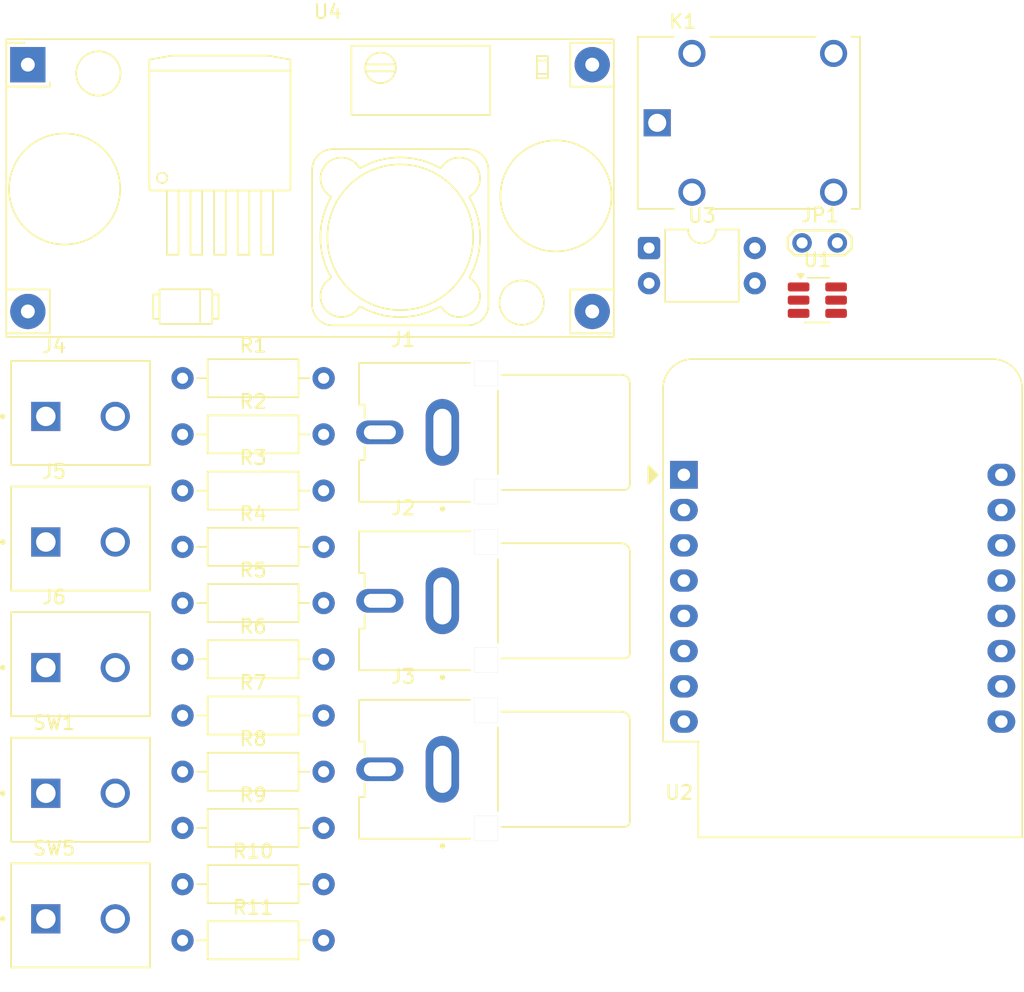
<source format=kicad_pcb>
(kicad_pcb (version 20241229) (generator "pcbnew") (generator_version "9.0")
  (layers (0 "F.Cu" signal) (2 "B.Cu" signal) (13 "F.Paste" user) (15 "B.Paste" user) (5 "F.SilkS" user "F.Silkscreen") (7 "B.SilkS" user "B.Silkscreen") (1 "F.Mask" user) (3 "B.Mask" user) (25 "Edge.Cuts" user))
  (net 0 "")
  (net 1 "GND")
  (net 2 "Net-(J1-In)")
  (net 3 "Net-(J2-In)")
  (net 4 "Net-(J3-Ext)")
  (net 5 "Net-(J3-In)")
  (net 6 "+12V")
  (net 7 "Signal-R")
  (net 8 "Radio-R")
  (net 9 "D5")
  (net 11 "D1")
  (net 12 "Net-(R5-Pad2)")
  (net 13 "Net-(R6-Pad2)")
  (net 14 "D2")
  (net 15 "D7")
  (net 16 "Net-(R10-Pad2)")
  (net 17 "D6")
  (net 18 "+5V")
  (footprint "Resistor_THT:R_Axial_DIN0207_L6.3mm_D2.5mm_P10.16mm_Horizontal" (layer "F.Cu") (at 28.04 63.81)
    (property "Reference" "R7" (at 5.08 -2.37 0) (layer "F.SilkS"))
    (property "Value" "R")
    (fp_line (start 1.04 0) (end 1.81 0) (stroke (width 0.12)) (layer "F.SilkS"))
    (fp_line (start 9.12 0) (end 8.35 0) (stroke (width 0.12)) (layer "F.SilkS"))
    (fp_rect (start 1.81 -1.37) (end 8.35 1.37) (stroke (width 0.12)) (fill no) (layer "F.SilkS"))
    (pad "1" thru_hole circle (at 0 0) (size 1.6 1.6) (drill 0.8) (layers "*.Cu" "*.Mask") (net 14 "D2"))
    (pad "2" thru_hole circle (at 10.16 0) (size 1.6 1.6) (drill 0.8) (layers "*.Cu" "*.Mask") (net 1 "GND"))
  )
  (footprint "Resistor_THT:R_Axial_DIN0207_L6.3mm_D2.5mm_P10.16mm_Horizontal" (layer "F.Cu") (at 28.04 55.71)
    (property "Reference" "R5" (at 5.08 -2.37 0) (layer "F.SilkS"))
    (property "Value" "68R")
    (fp_line (start 1.04 0) (end 1.81 0) (stroke (width 0.12)) (layer "F.SilkS"))
    (fp_line (start 9.12 0) (end 8.35 0) (stroke (width 0.12)) (layer "F.SilkS"))
    (fp_rect (start 1.81 -1.37) (end 8.35 1.37) (stroke (width 0.12)) (fill no) (layer "F.SilkS"))
    (pad "1" thru_hole circle (at 0 0) (size 1.6 1.6) (drill 0.8) (layers "*.Cu" "*.Mask") (net 2 "Net-(J1-In)"))
    (pad "2" thru_hole circle (at 10.16 0) (size 1.6 1.6) (drill 0.8) (layers "*.Cu" "*.Mask") (net 12 "Net-(R5-Pad2)"))
  )
  (footprint "Resistor_THT:R_Axial_DIN0207_L6.3mm_D2.5mm_P10.16mm_Horizontal" (layer "F.Cu") (at 28.04 80.01)
    (property "Reference" "R11" (at 5.08 -2.37 0) (layer "F.SilkS"))
    (property "Value" "R")
    (fp_line (start 1.04 0) (end 1.81 0) (stroke (width 0.12)) (layer "F.SilkS"))
    (fp_line (start 9.12 0) (end 8.35 0) (stroke (width 0.12)) (layer "F.SilkS"))
    (fp_rect (start 1.81 -1.37) (end 8.35 1.37) (stroke (width 0.12)) (fill no) (layer "F.SilkS"))
    (pad "1" thru_hole circle (at 0 0) (size 1.6 1.6) (drill 0.8) (layers "*.Cu" "*.Mask") (net 17 "D6"))
    (pad "2" thru_hole circle (at 10.16 0) (size 1.6 1.6) (drill 0.8) (layers "*.Cu" "*.Mask") (net 1 "GND"))
  )
  (footprint "NightMeer:CUI_RCJ-042" (layer "F.Cu") (at 50.75 67.686)
    (property "Reference" "J3" (at -6.814975 -6.686895 0) (layer "F.SilkS") (effects (font (size 1.007819 1.007819))))
    (property "Value" "Conn_Coaxial")
    (fp_line (start -10 -5) (end -2 -5) (stroke (width 0.127)) (layer "F.SilkS"))
    (fp_line (start -10 -2) (end -10 -5) (stroke (width 0.127)) (layer "F.SilkS"))
    (fp_line (start -10 2) (end -9.6 2) (stroke (width 0.127)) (layer "F.SilkS"))
    (fp_line (start -10 5) (end -10 2) (stroke (width 0.127)) (layer "F.SilkS"))
    (fp_line (start -10 5) (end -2 5) (stroke (width 0.127)) (layer "F.SilkS"))
    (fp_line (start -9.6 -2) (end -10 -2) (stroke (width 0.127)) (layer "F.SilkS"))
    (fp_line (start -9.6 -1) (end -9.6 -2) (stroke (width 0.127)) (layer "F.SilkS"))
    (fp_line (start -9.6 2) (end -9.6 1) (stroke (width 0.127)) (layer "F.SilkS"))
    (fp_line (start 0 3) (end 0 -3) (stroke (width 0.127)) (layer "F.SilkS"))
    (fp_line (start 0.25 -4.15) (end 8.89 -4.15) (stroke (width 0.127)) (layer "F.SilkS"))
    (fp_line (start 9.11 4.15) (end 0.25 4.15) (stroke (width 0.127)) (layer "F.SilkS"))
    (fp_line (start 9.5 -3.54) (end 9.5 3.76) (stroke (width 0.127)) (layer "F.SilkS"))
    (fp_arc (start 8.89 -4.15) (mid 9.321335 -3.971335) (end 9.5 -3.54) (stroke (width 0.127)) (layer "F.SilkS"))
    (fp_arc (start 9.5 3.76) (mid 9.385772 4.035772) (end 9.11 4.15) (stroke (width 0.127)) (layer "F.SilkS"))
    (fp_circle (center -3.99 5.513) (end -3.89 5.513) (stroke (width 0.2)) (fill no) (layer "F.SilkS"))
    (fp_line (start -1.7 -5.15) (end -1.7 -3.35) (stroke (width 0.01)) (layer "Edge.Cuts"))
    (fp_line (start -1.7 -3.35) (end 0 -3.35) (stroke (width 0.01)) (layer "Edge.Cuts"))
    (fp_line (start -1.7 3.35) (end -1.7 5.15) (stroke (width 0.01)) (layer "Edge.Cuts"))
    (fp_line (start -1.7 5.15) (end 0 5.15) (stroke (width 0.01)) (layer "Edge.Cuts"))
    (fp_line (start 0 -5.15) (end -1.7 -5.15) (stroke (width 0.01)) (layer "Edge.Cuts"))
    (fp_line (start 0 -3.35) (end 0 -5.15) (stroke (width 0.01)) (layer "Edge.Cuts"))
    (fp_line (start 0 3.35) (end -1.7 3.35) (stroke (width 0.01)) (layer "Edge.Cuts"))
    (fp_line (start 0 5.15) (end 0 3.35) (stroke (width 0.01)) (layer "Edge.Cuts"))
    (pad "1" thru_hole oval (at -4 0) (size 2.4 4.8) (drill oval 1.3 3.4) (layers "*.Cu" "*.Mask") (net 5 "Net-(J3-In)"))
    (pad "2" thru_hole oval (at -8.5 0) (size 3.4 1.7) (drill oval 2.3 1) (layers "*.Cu" "*.Mask") (net 4 "Net-(J3-Ext)"))
  )
  (footprint "KF301-2P:HANDSON_KF301-2P" (layer "F.Cu") (at 20.695 51.31)
    (property "Reference" "J5" (at -1.905 -5.08 0) (layer "F.SilkS"))
    (property "Value" "Conn_01x02_Pin")
    (fp_line (start -5 -4) (end 5 -4) (stroke (width 0.127)) (layer "F.SilkS"))
    (fp_line (start -5 3.5) (end -5 -4) (stroke (width 0.127)) (layer "F.SilkS"))
    (fp_line (start 5 -4) (end 5 3.5) (stroke (width 0.127)) (layer "F.SilkS"))
    (fp_line (start 5 3.5) (end -5 3.5) (stroke (width 0.127)) (layer "F.SilkS"))
    (fp_circle (center -5.6 0) (end -5.5 0) (stroke (width 0.2)) (fill no) (layer "F.SilkS"))
    (pad "1" thru_hole rect (at -2.5 0) (size 2.1 2.1) (drill 1.4) (layers "*.Cu" "*.Mask") (net 7 "Signal-R"))
    (pad "2" thru_hole circle (at 2.5 0) (size 2.1 2.1) (drill 1.4) (layers "*.Cu" "*.Mask") (net 8 "Radio-R"))
  )
  (footprint "KF301-2P:HANDSON_KF301-2P" (layer "F.Cu") (at 20.695 69.41)
    (property "Reference" "SW1" (at -1.905 -5.08 0) (layer "F.SilkS"))
    (property "Value" "SW_Push")
    (fp_line (start -5 -4) (end 5 -4) (stroke (width 0.127)) (layer "F.SilkS"))
    (fp_line (start -5 3.5) (end -5 -4) (stroke (width 0.127)) (layer "F.SilkS"))
    (fp_line (start 5 -4) (end 5 3.5) (stroke (width 0.127)) (layer "F.SilkS"))
    (fp_line (start 5 3.5) (end -5 3.5) (stroke (width 0.127)) (layer "F.SilkS"))
    (fp_circle (center -5.6 0) (end -5.5 0) (stroke (width 0.2)) (fill no) (layer "F.SilkS"))
    (pad "1" thru_hole rect (at -2.5 0) (size 2.1 2.1) (drill 1.4) (layers "*.Cu" "*.Mask") (net 15 "D7"))
    (pad "2" thru_hole circle (at 2.5 0) (size 2.1 2.1) (drill 1.4) (layers "*.Cu" "*.Mask") (net 18 "+5V"))
  )
  (footprint "NightMeer:DCDC_LM2596" (layer "F.Cu") (at 16.9 16.92)
    (property "Reference" "U4" (at 21.59 -3.81 0) (layer "F.SilkS"))
    (property "Value" "DCDC_LM2596")
    (fp_line (start -1.555 -1.835) (end -1.555 19.615) (stroke (width 0.12)) (layer "F.SilkS"))
    (fp_line (start -1.555 19.615) (end 42.195 19.615) (stroke (width 0.12)) (layer "F.SilkS"))
    (fp_line (start -1.55 -1.58) (end -0.25 -1.58) (stroke (width 0.12)) (layer "F.SilkS"))
    (fp_line (start -1.55 1.575) (end 1.58 1.58) (stroke (width 0.12)) (layer "F.SilkS"))
    (fp_line (start -1.55 16.2) (end 1.58 16.2) (stroke (width 0.12)) (layer "F.SilkS"))
    (fp_line (start -1.55 19.36) (end 1.58 19.36) (stroke (width 0.12)) (layer "F.SilkS"))
    (fp_line (start 1.58 1.27) (end 1.58 1.58) (stroke (width 0.12)) (layer "F.SilkS"))
    (fp_line (start 1.58 16.2) (end 1.58 19.36) (stroke (width 0.12)) (layer "F.SilkS"))
    (fp_line (start 8.749233 1.004149) (end 8.749233 1.165687) (stroke (width 0.12)) (layer "F.SilkS"))
    (fp_line (start 8.750233 -0.36239) (end 10.400233 -0.653329) (stroke (width 0.12)) (layer "F.SilkS"))
    (fp_line (start 8.750233 8.989106) (end 8.750233 -0.36239) (stroke (width 0.12)) (layer "F.SilkS"))
    (fp_line (start 8.750233 8.989106) (end 8.827797 9.06667) (stroke (width 0.12)) (layer "F.SilkS"))
    (fp_line (start 8.827797 9.06667) (end 18.83267 9.06667) (stroke (width 0.12)) (layer "F.SilkS"))
    (fp_line (start 9.031636 16.558217) (end 9.481636 16.558217) (stroke (width 0.12)) (layer "F.SilkS"))
    (fp_line (start 9.031636 18.308217) (end 9.031636 16.558217) (stroke (width 0.12)) (layer "F.SilkS"))
    (fp_line (start 9.481636 18.308217) (end 9.031636 18.308217) (stroke (width 0.12)) (layer "F.SilkS"))
    (fp_line (start 9.481636 18.583217) (end 9.481636 16.283217) (stroke (width 0.12)) (layer "F.SilkS"))
    (fp_line (start 9.581636 16.183217) (end 13.181636 16.183217) (stroke (width 0.12)) (layer "F.SilkS"))
    (fp_line (start 10.010233 13.69667) (end 10.010233 9.06667) (stroke (width 0.12)) (layer "F.SilkS"))
    (fp_line (start 10.010233 13.69667) (end 10.850233 13.69667) (stroke (width 0.12)) (layer "F.SilkS"))
    (fp_line (start 10.400233 -0.653329) (end 17.260233 -0.653329) (stroke (width 0.12)) (layer "F.SilkS"))
    (fp_line (start 10.850233 13.69667) (end 10.850233 9.06667) (stroke (width 0.12)) (layer "F.SilkS"))
    (fp_line (start 11.710233 13.69667) (end 11.710233 9.06667) (stroke (width 0.12)) (layer "F.SilkS"))
    (fp_line (start 11.710233 13.69667) (end 12.550233 13.69667) (stroke (width 0.12)) (layer "F.SilkS"))
    (fp_line (start 12.411358 16.283217) (end 12.411358 18.583217) (stroke (width 0.12)) (layer "F.SilkS"))
    (fp_line (start 12.550233 13.69667) (end 12.550233 9.06667) (stroke (width 0.12)) (layer "F.SilkS"))
    (fp_line (start 13.181636 18.683217) (end 9.581636 18.683217) (stroke (width 0.12)) (layer "F.SilkS"))
    (fp_line (start 13.281636 16.283217) (end 13.281636 18.583217) (stroke (width 0.12)) (layer "F.SilkS"))
    (fp_line (start 13.281636 16.558217) (end 13.731636 16.558217) (stroke (width 0.12)) (layer "F.SilkS"))
    (fp_line (start 13.282636 16.794696) (end 13.282636 16.700144) (stroke (width 0.12)) (layer "F.SilkS"))
    (fp_line (start 13.410233 13.69667) (end 13.410233 9.06667) (stroke (width 0.12)) (layer "F.SilkS"))
    (fp_line (start 13.410233 13.69667) (end 14.250233 13.69667) (stroke (width 0.12)) (layer "F.SilkS"))
    (fp_line (start 13.731636 16.558217) (end 13.731636 18.308217) (stroke (width 0.12)) (layer "F.SilkS"))
    (fp_line (start 13.731636 18.308217) (end 13.281636 18.308217) (stroke (width 0.12)) (layer "F.SilkS"))
    (fp_line (start 14.250233 13.69667) (end 14.250233 9.06667) (stroke (width 0.12)) (layer "F.SilkS"))
    (fp_line (start 15.110233 13.69667) (end 15.110233 9.06667) (stroke (width 0.12)) (layer "F.SilkS"))
    (fp_line (start 15.110233 13.69667) (end 15.950233 13.69667) (stroke (width 0.12)) (layer "F.SilkS"))
    (fp_line (start 15.950233 13.69667) (end 15.950233 9.06667) (stroke (width 0.12)) (layer "F.SilkS"))
    (fp_line (start 16.810233 13.69667) (end 16.810233 9.06667) (stroke (width 0.12)) (layer "F.SilkS"))
    (fp_line (start 16.810233 13.69667) (end 17.650233 13.69667) (stroke (width 0.12)) (layer "F.SilkS"))
    (fp_line (start 17.260233 -0.653329) (end 18.910233 -0.36239) (stroke (width 0.12)) (layer "F.SilkS"))
    (fp_line (start 17.650233 13.69667) (end 17.650233 9.06667) (stroke (width 0.12)) (layer "F.SilkS"))
    (fp_line (start 18.83267 9.06667) (end 18.910233 8.989106) (stroke (width 0.12)) (layer "F.SilkS"))
    (fp_line (start 18.910233 0.42667) (end 8.750233 0.42667) (stroke (width 0.12)) (layer "F.SilkS"))
    (fp_line (start 18.910233 8.989106) (end 18.910233 -0.36239) (stroke (width 0.12)) (layer "F.SilkS"))
    (fp_line (start 20.467397 7.585796) (end 20.467397 17.285796) (stroke (width 0.12)) (layer "F.SilkS"))
    (fp_line (start 21.967397 18.785796) (end 31.667397 18.785796) (stroke (width 0.12)) (layer "F.SilkS"))
    (fp_line (start 23.299783 3.582294) (end 23.299783 -1.317705) (stroke (width 0.12)) (layer "F.SilkS"))
    (fp_line (start 23.349783 -1.367705) (end 33.249783 -1.367705) (stroke (width 0.12)) (layer "F.SilkS"))
    (fp_line (start 24.336385 -0.0491) (end 24.360553 -0.017705) (stroke (width 0.12)) (layer "F.SilkS"))
    (fp_line (start 24.348594 0.007294) (end 24.324147 0.002062) (stroke (width 0.12)) (layer "F.SilkS"))
    (fp_line (start 24.348594 0.007294) (end 24.355764 -0.023925) (stroke (width 0.12)) (layer "F.SilkS"))
    (fp_line (start 24.348594 0.007294) (end 24.360553 -0.017705) (stroke (width 0.12)) (layer "F.SilkS"))
    (fp_line (start 24.360553 0.482294) (end 26.439014 0.482294) (stroke (width 0.12)) (layer "F.SilkS"))
    (fp_line (start 26.439014 -0.017705) (end 24.360553 -0.017705) (stroke (width 0.12)) (layer "F.SilkS"))
    (fp_line (start 31.667397 6.085796) (end 21.967397 6.085796) (stroke (width 0.12)) (layer "F.SilkS"))
    (fp_line (start 31.858978 -1.368705) (end 31.814106 -1.368705) (stroke (width 0.12)) (layer "F.SilkS"))
    (fp_line (start 31.942312 -1.368705) (end 31.908357 -1.368705) (stroke (width 0.12)) (layer "F.SilkS"))
    (fp_line (start 33.167397 17.285796) (end 33.167397 7.585796) (stroke (width 0.12)) (layer "F.SilkS"))
    (fp_line (start 33.249783 3.632294) (end 23.349783 3.632294) (stroke (width 0.12)) (layer "F.SilkS"))
    (fp_line (start 33.299783 -1.317705) (end 33.299783 3.582294) (stroke (width 0.12)) (layer "F.SilkS"))
    (fp_line (start 36.648681 -0.299704) (end 37.448681 -0.299704) (stroke (width 0.12)) (layer "F.SilkS"))
    (fp_line (start 36.648681 0.980295) (end 36.648681 -0.619704) (stroke (width 0.12)) (layer "F.SilkS"))
    (fp_line (start 37.448681 -0.619704) (end 36.648681 -0.619704) (stroke (width 0.12)) (layer "F.SilkS"))
    (fp_line (start 37.448681 -0.619704) (end 37.448681 0.980295) (stroke (width 0.12)) (layer "F.SilkS"))
    (fp_line (start 37.448681 0.660295) (end 36.648681 0.660295) (stroke (width 0.12)) (layer "F.SilkS"))
    (fp_line (start 37.448681 0.980295) (end 36.648681 0.980295) (stroke (width 0.12)) (layer "F.SilkS"))
    (fp_line (start 39.06 -1.58) (end 42.175 -1.58) (stroke (width 0.12)) (layer "F.SilkS"))
    (fp_line (start 39.06 1.58) (end 39.06 -1.58) (stroke (width 0.12)) (layer "F.SilkS"))
    (fp_line (start 39.06 1.58) (end 42.22 1.58) (stroke (width 0.12)) (layer "F.SilkS"))
    (fp_line (start 39.06 16.2) (end 42.175 16.2) (stroke (width 0.12)) (layer "F.SilkS"))
    (fp_line (start 39.06 19.36) (end 39.06 16.2) (stroke (width 0.12)) (layer "F.SilkS"))
    (fp_line (start 39.06 19.36) (end 42.175 19.36) (stroke (width 0.12)) (layer "F.SilkS"))
    (fp_line (start 42.195 -1.835) (end -1.555 -1.835) (stroke (width 0.12)) (layer "F.SilkS"))
    (fp_line (start 42.195 19.615) (end 42.195 -1.835) (stroke (width 0.12)) (layer "F.SilkS"))
    (fp_arc (start 9.481636 16.283217) (mid 9.510925 16.212506) (end 9.581636 16.183217) (stroke (width 0.12)) (layer "F.SilkS"))
    (fp_arc (start 9.581636 18.683217) (mid 9.510925 18.653928) (end 9.481636 18.583217) (stroke (width 0.12)) (layer "F.SilkS"))
    (fp_arc (start 13.181636 16.183217) (mid 13.252347 16.212506) (end 13.281636 16.283217) (stroke (width 0.12)) (layer "F.SilkS"))
    (fp_arc (start 13.281636 18.583217) (mid 13.252347 18.653928) (end 13.181636 18.683217) (stroke (width 0.12)) (layer "F.SilkS"))
    (fp_arc (start 20.467397 7.585796) (mid 20.906737 6.525136) (end 21.967397 6.085796) (stroke (width 0.12)) (layer "F.SilkS"))
    (fp_arc (start 21.781131 9.46601) (mid 21.825145 9.526245) (end 21.815218 9.600183) (stroke (width 0.12)) (layer "F.SilkS"))
    (fp_arc (start 21.781132 9.466011) (mid 21.514096 7.132496) (end 23.847611 7.399531) (stroke (width 0.12)) (layer "F.SilkS"))
    (fp_arc (start 21.815217 15.271409) (mid 21.825145 15.345347) (end 21.781132 15.405582) (stroke (width 0.12)) (layer "F.SilkS"))
    (fp_arc (start 21.815218 15.27141) (mid 21.067397 12.435796) (end 21.815218 9.600183) (stroke (width 0.12)) (layer "F.SilkS"))
    (fp_arc (start 21.967397 18.785796) (mid 20.906737 18.346456) (end 20.467397 17.285796) (stroke (width 0.12)) (layer "F.SilkS"))
    (fp_arc (start 23.299783 -1.317705) (mid 23.314428 -1.35306) (end 23.349783 -1.367705) (stroke (width 0.12)) (layer "F.SilkS"))
    (fp_arc (start 23.349783 3.632294) (mid 23.314428 3.617649) (end 23.299783 3.582294) (stroke (width 0.12)) (layer "F.SilkS"))
    (fp_arc (start 23.847611 17.472062) (mid 21.514095 17.739097) (end 21.781132 15.405582) (stroke (width 0.12)) (layer "F.SilkS"))
    (fp_arc (start 23.847611 17.472062) (mid 23.907845 17.428049) (end 23.981783 17.437976) (stroke (width 0.12)) (layer "F.SilkS"))
    (fp_arc (start 23.981783 7.433617) (mid 23.907845 7.443544) (end 23.847611 7.399531) (stroke (width 0.12)) (layer "F.SilkS"))
    (fp_arc (start 23.981784 7.433617) (mid 26.817397 6.685796) (end 29.653011 7.433617) (stroke (width 0.12)) (layer "F.SilkS"))
    (fp_arc (start 24.324148 0.462527) (mid 26.469605 -0.023594) (end 24.336385 0.51369) (stroke (width 0.12)) (layer "F.SilkS"))
    (fp_arc (start 29.653011 17.437976) (mid 26.817397 18.185797) (end 23.981783 17.437976) (stroke (width 0.12)) (layer "F.SilkS"))
    (fp_arc (start 29.653011 17.437976) (mid 29.726949 17.428049) (end 29.787183 17.472062) (stroke (width 0.12)) (layer "F.SilkS"))
    (fp_arc (start 29.787183 7.399531) (mid 29.726949 7.443544) (end 29.653011 7.433617) (stroke (width 0.12)) (layer "F.SilkS"))
    (fp_arc (start 29.787183 7.399531) (mid 32.120699 7.132496) (end 31.853662 9.466011) (stroke (width 0.12)) (layer "F.SilkS"))
    (fp_arc (start 31.667397 6.085796) (mid 32.728057 6.525136) (end 33.167397 7.585796) (stroke (width 0.12)) (layer "F.SilkS"))
    (fp_arc (start 31.819576 9.600183) (mid 32.567397 12.435796) (end 31.819576 15.27141) (stroke (width 0.12)) (layer "F.SilkS"))
    (fp_arc (start 31.819577 9.600184) (mid 31.809649 9.526246) (end 31.853662 9.466011) (stroke (width 0.12)) (layer "F.SilkS"))
    (fp_arc (start 31.853662 15.405582) (mid 32.120698 17.739097) (end 29.787183 17.472062) (stroke (width 0.12)) (layer "F.SilkS"))
    (fp_arc (start 31.853663 15.405583) (mid 31.809649 15.345348) (end 31.819576 15.27141) (stroke (width 0.12)) (layer "F.SilkS"))
    (fp_arc (start 33.167397 17.285796) (mid 32.728057 18.346456) (end 31.667397 18.785796) (stroke (width 0.12)) (layer "F.SilkS"))
    (fp_arc (start 33.249783 -1.367705) (mid 33.285138 -1.35306) (end 33.299783 -1.317705) (stroke (width 0.12)) (layer "F.SilkS"))
    (fp_arc (start 33.299783 3.582294) (mid 33.285138 3.617649) (end 33.249783 3.632294) (stroke (width 0.12)) (layer "F.SilkS"))
    (fp_circle (center 2.646666 8.957418) (end 6.646666 8.957418) (stroke (width 0.12)) (fill no) (layer "F.SilkS"))
    (fp_circle (center 5.08 0.635) (end 6.678999 0.635) (stroke (width 0.12)) (fill no) (layer "F.SilkS"))
    (fp_circle (center 9.673179 8.154594) (end 10.048179 8.154594) (stroke (width 0.12)) (fill no) (layer "F.SilkS"))
    (fp_circle (center 26.817397 12.435796) (end 32.067397 12.435796) (stroke (width 0.12)) (fill no) (layer "F.SilkS"))
    (fp_circle (center 35.56 17.145) (end 37.159 17.145) (stroke (width 0.12)) (fill no) (layer "F.SilkS"))
    (fp_circle (center 38.029307 9.455206) (end 42.029307 9.455206) (stroke (width 0.12)) (fill no) (layer "F.SilkS"))
    (pad "1" thru_hole rect (at 0 0) (size 2.54 2.54) (drill 1) (layers "*.Cu" "*.Mask") (net 6 "+12V"))
    (pad "2" thru_hole circle (at 0 17.78) (size 2.54 2.54) (drill 1) (layers "*.Cu" "*.Mask") (net 1 "GND"))
    (pad "3" thru_hole circle (at 40.64 17.78) (size 2.54 2.54) (drill 1) (layers "*.Cu" "*.Mask") (net 1 "GND"))
    (pad "4" thru_hole circle (at 40.64 0) (size 2.54 2.54) (drill 1) (layers "*.Cu" "*.Mask") (net 18 "+5V"))
  )
  (footprint "Resistor_THT:R_Axial_DIN0207_L6.3mm_D2.5mm_P10.16mm_Horizontal" (layer "F.Cu") (at 28.04 47.61)
    (property "Reference" "R3" (at 5.08 -2.37 0) (layer "F.SilkS"))
    (property "Value" "R")
    (fp_line (start 1.04 0) (end 1.81 0) (stroke (width 0.12)) (layer "F.SilkS"))
    (fp_line (start 9.12 0) (end 8.35 0) (stroke (width 0.12)) (layer "F.SilkS"))
    (fp_rect (start 1.81 -1.37) (end 8.35 1.37) (stroke (width 0.12)) (fill no) (layer "F.SilkS"))
    (pad "1" thru_hole circle (at 0 0) (size 1.6 1.6) (drill 0.8) (layers "*.Cu" "*.Mask") (net 1 "GND"))
    (pad "2" thru_hole circle (at 10.16 0) (size 1.6 1.6) (drill 0.8) (layers "*.Cu" "*.Mask") (net 11 "D1"))
  )
  (footprint "NightMeer:Jumper_2.54mm" (layer "F.Cu") (at 72.65 29.76)
    (property "Reference" "JP1" (at 1.3 -2 0) (layer "F.SilkS"))
    (property "Value" "Jumper_2_Bridged")
    (fp_line (start -1.03 -0.4) (end -0.53 -0.9) (stroke (width 0.15)) (layer "F.SilkS"))
    (fp_line (start -1.03 0.4) (end -1.03 -0.4) (stroke (width 0.15)) (layer "F.SilkS"))
    (fp_line (start -0.53 -0.9) (end 3.07 -0.9) (stroke (width 0.15)) (layer "F.SilkS"))
    (fp_line (start -0.53 0.9) (end -1.03 0.4) (stroke (width 0.15)) (layer "F.SilkS"))
    (fp_line (start 3.07 -0.9) (end 3.57 -0.4) (stroke (width 0.15)) (layer "F.SilkS"))
    (fp_line (start 3.07 0.9) (end -0.53 0.9) (stroke (width 0.15)) (layer "F.SilkS"))
    (fp_line (start 3.57 -0.4) (end 3.57 0.4) (stroke (width 0.15)) (layer "F.SilkS"))
    (fp_line (start 3.57 0.4) (end 3.07 0.9) (stroke (width 0.15)) (layer "F.SilkS"))
    (pad "1" thru_hole circle (at 0 0) (size 1.4 1.4) (drill 0.8) (layers "*.Cu" "*.Mask") (net 1 "GND"))
    (pad "2" thru_hole circle (at 2.54 0) (size 1.4 1.4) (drill 0.8) (layers "*.Cu" "*.Mask") (net 5 "Net-(J3-In)"))
  )
  (footprint "Resistor_THT:R_Axial_DIN0207_L6.3mm_D2.5mm_P10.16mm_Horizontal" (layer "F.Cu") (at 28.04 43.56)
    (property "Reference" "R2" (at 5.08 -2.37 0) (layer "F.SilkS"))
    (property "Value" "75R")
    (fp_line (start 1.04 0) (end 1.81 0) (stroke (width 0.12)) (layer "F.SilkS"))
    (fp_line (start 9.12 0) (end 8.35 0) (stroke (width 0.12)) (layer "F.SilkS"))
    (fp_rect (start 1.81 -1.37) (end 8.35 1.37) (stroke (width 0.12)) (fill no) (layer "F.SilkS"))
    (pad "1" thru_hole circle (at 0 0) (size 1.6 1.6) (drill 0.8) (layers "*.Cu" "*.Mask") (net 3 "Net-(J2-In)"))
    (pad "2" thru_hole circle (at 10.16 0) (size 1.6 1.6) (drill 0.8) (layers "*.Cu" "*.Mask") (net 1 "GND"))
  )
  (footprint "Resistor_THT:R_Axial_DIN0207_L6.3mm_D2.5mm_P10.16mm_Horizontal" (layer "F.Cu") (at 28.04 67.86)
    (property "Reference" "R8" (at 5.08 -2.37 0) (layer "F.SilkS"))
    (property "Value" "R")
    (fp_line (start 1.04 0) (end 1.81 0) (stroke (width 0.12)) (layer "F.SilkS"))
    (fp_line (start 9.12 0) (end 8.35 0) (stroke (width 0.12)) (layer "F.SilkS"))
    (fp_rect (start 1.81 -1.37) (end 8.35 1.37) (stroke (width 0.12)) (fill no) (layer "F.SilkS"))
    (pad "1" thru_hole circle (at 0 0) (size 1.6 1.6) (drill 0.8) (layers "*.Cu" "*.Mask") (net 15 "D7"))
    (pad "2" thru_hole circle (at 10.16 0) (size 1.6 1.6) (drill 0.8) (layers "*.Cu" "*.Mask") (net 1 "GND"))
  )
  (footprint "Package_DIP:DIP-4_W7.62mm" (layer "F.Cu") (at 61.63 30.13)
    (property "Reference" "U3" (at 3.81 -2.33 0) (layer "F.SilkS"))
    (property "Value" "PC817")
    (fp_line (start 1.16 -1.33) (end 1.16 3.87) (stroke (width 0.12)) (layer "F.SilkS"))
    (fp_line (start 1.16 3.87) (end 6.46 3.87) (stroke (width 0.12)) (layer "F.SilkS"))
    (fp_line (start 2.81 -1.33) (end 1.16 -1.33) (stroke (width 0.12)) (layer "F.SilkS"))
    (fp_line (start 6.46 -1.33) (end 4.81 -1.33) (stroke (width 0.12)) (layer "F.SilkS"))
    (fp_line (start 6.46 3.87) (end 6.46 -1.33) (stroke (width 0.12)) (layer "F.SilkS"))
    (fp_arc (start 4.81 -1.33) (mid 3.81 -0.33) (end 2.81 -1.33) (stroke (width 0.12)) (layer "F.SilkS"))
    (pad "1" thru_hole roundrect (at 0 0) (size 1.6 1.6) (drill 0.8) (layers "*.Cu" "*.Mask") (roundrect_rratio 0.15625) (net 16 "Net-(R10-Pad2)"))
    (pad "2" thru_hole circle (at 0 2.54) (size 1.6 1.6) (drill 0.8) (layers "*.Cu" "*.Mask") (net 1 "GND"))
    (pad "3" thru_hole circle (at 7.62 2.54) (size 1.6 1.6) (drill 0.8) (layers "*.Cu" "*.Mask") (net 14 "D2"))
    (pad "4" thru_hole circle (at 7.62 0) (size 1.6 1.6) (drill 0.8) (layers "*.Cu" "*.Mask") (net 18 "+5V"))
  )
  (footprint "Resistor_THT:R_Axial_DIN0207_L6.3mm_D2.5mm_P10.16mm_Horizontal" (layer "F.Cu") (at 28.04 39.51)
    (property "Reference" "R1" (at 5.08 -2.37 0) (layer "F.SilkS"))
    (property "Value" "75R")
    (fp_line (start 1.04 0) (end 1.81 0) (stroke (width 0.12)) (layer "F.SilkS"))
    (fp_line (start 9.12 0) (end 8.35 0) (stroke (width 0.12)) (layer "F.SilkS"))
    (fp_rect (start 1.81 -1.37) (end 8.35 1.37) (stroke (width 0.12)) (fill no) (layer "F.SilkS"))
    (pad "1" thru_hole circle (at 0 0) (size 1.6 1.6) (drill 0.8) (layers "*.Cu" "*.Mask") (net 2 "Net-(J1-In)"))
    (pad "2" thru_hole circle (at 10.16 0) (size 1.6 1.6) (drill 0.8) (layers "*.Cu" "*.Mask") (net 1 "GND"))
  )
  (footprint "NightMeer:WEMOS_D1_mini_light" (layer "F.Cu") (at 64.14 46.47)
    (property "Reference" "U2" (at -0.34 22.89 0) (layer "F.SilkS"))
    (property "Value" "WEMOS_D1_mini")
    (fp_line (start -1.5 19.22) (end -1.5 -6.21) (stroke (width 0.12)) (layer "F.SilkS"))
    (fp_line (start -1.5 19.22) (end 1.04 19.22) (stroke (width 0.12)) (layer "F.SilkS"))
    (fp_line (start 1.04 19.22) (end 1.04 26.12) (stroke (width 0.12)) (layer "F.SilkS"))
    (fp_line (start 1.04 26.12) (end 24.36 26.12) (stroke (width 0.12)) (layer "F.SilkS"))
    (fp_line (start 22.24 -8.34) (end 0.63 -8.34) (stroke (width 0.12)) (layer "F.SilkS"))
    (fp_line (start 24.36 26.12) (end 24.36 -6.21) (stroke (width 0.12)) (layer "F.SilkS"))
    (fp_arc (start -1.5 -6.21) (mid -0.876137 -7.716137) (end 0.63 -8.34) (stroke (width 0.12)) (layer "F.SilkS"))
    (fp_arc (start 22.23 -8.34) (mid 23.736137 -7.716137) (end 24.36 -6.21) (stroke (width 0.12)) (layer "F.SilkS"))
    (fp_poly (pts (xy -2.54 -0.635) (xy -2.54 0.635) (xy -1.905 0)) (stroke (width 0.15)) (fill yes) (layer "F.SilkS"))
    (pad "1" thru_hole rect (at 0 0) (size 2 2) (drill 0.9) (layers "*.Cu" "*.Mask"))
    (pad "2" thru_hole oval (at 0 2.54) (size 2 1.6) (drill 0.9) (layers "*.Cu" "*.Mask"))
    (pad "3" thru_hole oval (at 0 5.08) (size 2 1.6) (drill 0.9) (layers "*.Cu" "*.Mask"))
    (pad "4" thru_hole oval (at 0 7.62) (size 2 1.6) (drill 0.9) (layers "*.Cu" "*.Mask") (net 9 "D5"))
    (pad "5" thru_hole oval (at 0 10.16) (size 2 1.6) (drill 0.9) (layers "*.Cu" "*.Mask") (net 17 "D6"))
    (pad "6" thru_hole oval (at 0 12.7) (size 2 1.6) (drill 0.9) (layers "*.Cu" "*.Mask"))
    (pad "7" thru_hole oval (at 0 15.24) (size 2 1.6) (drill 0.9) (layers "*.Cu" "*.Mask") (net 15 "D7"))
    (pad "8" thru_hole oval (at 0 17.78) (size 2 1.6) (drill 0.9) (layers "*.Cu" "*.Mask"))
    (pad "9" thru_hole oval (at 22.86 17.78) (size 2 1.6) (drill 0.9) (layers "*.Cu" "*.Mask") (net 18 "+5V"))
    (pad "10" thru_hole oval (at 22.86 15.24) (size 2 1.6) (drill 0.9) (layers "*.Cu" "*.Mask") (net 1 "GND"))
    (pad "11" thru_hole oval (at 22.86 12.7) (size 2 1.6) (drill 0.9) (layers "*.Cu" "*.Mask"))
    (pad "12" thru_hole oval (at 22.86 10.16) (size 2 1.6) (drill 0.9) (layers "*.Cu" "*.Mask"))
    (pad "13" thru_hole oval (at 22.86 7.62) (size 2 1.6) (drill 0.9) (layers "*.Cu" "*.Mask") (net 14 "D2"))
    (pad "14" thru_hole oval (at 22.86 5.08) (size 2 1.6) (drill 0.9) (layers "*.Cu" "*.Mask") (net 11 "D1"))
    (pad "15" thru_hole oval (at 22.86 2.54) (size 2 1.6) (drill 0.9) (layers "*.Cu" "*.Mask"))
    (pad "16" thru_hole oval (at 22.86 0) (size 2 1.6) (drill 0.9) (layers "*.Cu" "*.Mask"))
  )
  (footprint "Package_TO_SOT_SMD:SOT-23-6_Handsoldering" (layer "F.Cu") (at 73.75 33.885)
    (property "Reference" "U1" (at 0 -2.9 0) (layer "F.SilkS"))
    (property "Value" "TS5A63157DBV")
    (fp_line (start -0.9 1.61) (end 0.9 1.61) (stroke (width 0.12)) (layer "F.SilkS"))
    (fp_line (start 0.1 -1.61) (end -0.7 -1.61) (stroke (width 0.12)) (layer "F.SilkS"))
    (fp_line (start 0.1 -1.61) (end 0.9 -1.61) (stroke (width 0.12)) (layer "F.SilkS"))
    (fp_poly (pts (xy -1.2 -1.56) (xy -1.44 -1.89) (xy -0.96 -1.89) (xy -1.2 -1.56)) (stroke (width 0.12)) (fill yes) (layer "F.SilkS"))
    (pad "1" smd roundrect (at -1.35 -0.95) (size 1.56 0.65) (layers "F.Cu" "F.Mask" "F.Paste") (net 12 "Net-(R5-Pad2)"))
    (pad "2" smd roundrect (at -1.35 0) (size 1.56 0.65) (layers "F.Cu" "F.Mask" "F.Paste") (net 1 "GND"))
    (pad "3" smd roundrect (at -1.35 0.95) (size 1.56 0.65) (layers "F.Cu" "F.Mask" "F.Paste") (net 13 "Net-(R6-Pad2)"))
    (pad "4" smd roundrect (at 1.35 0.95) (size 1.56 0.65) (layers "F.Cu" "F.Mask" "F.Paste") (net 5 "Net-(J3-In)"))
    (pad "5" smd roundrect (at 1.35 0) (size 1.56 0.65) (layers "F.Cu" "F.Mask" "F.Paste") (net 18 "+5V"))
    (pad "6" smd roundrect (at 1.35 -0.95) (size 1.56 0.65) (layers "F.Cu" "F.Mask" "F.Paste") (net 11 "D1"))
  )
  (footprint "NightMeer:SRA-05VDC-CL" (layer "F.Cu") (at 68.82 21.11)
    (property "Reference" "K1" (at -4.7625 -7.3025 0) (layer "F.SilkS"))
    (property "Value" "SRA-05VDC-CL")
    (fp_line (start -8 -6.2) (end -5.395 -6.2) (stroke (width 0.127)) (layer "F.SilkS"))
    (fp_line (start -8 6.2) (end -8 -6.2) (stroke (width 0.127)) (layer "F.SilkS"))
    (fp_line (start -5.395 6.2) (end -8 6.2) (stroke (width 0.127)) (layer "F.SilkS"))
    (fp_line (start -2.805 -6.2) (end 4.805 -6.2) (stroke (width 0.127)) (layer "F.SilkS"))
    (fp_line (start -2.805 6.2) (end 4.805 6.2) (stroke (width 0.127)) (layer "F.SilkS"))
    (fp_line (start 7.395 -6.2) (end 8 -6.2) (stroke (width 0.127)) (layer "F.SilkS"))
    (fp_line (start 8 -6.2) (end 8 6.2) (stroke (width 0.127)) (layer "F.SilkS"))
    (fp_line (start 8 6.2) (end 7.395 6.2) (stroke (width 0.127)) (layer "F.SilkS"))
    (pad "COIL1" thru_hole circle (at -4.1 -5) (size 1.95 1.95) (drill 1.3) (layers "*.Cu" "*.Mask") (net 9 "D5"))
    (pad "COIL2" thru_hole circle (at -4.1 5) (size 1.95 1.95) (drill 1.3) (layers "*.Cu" "*.Mask") (net 1 "GND"))
    (pad "COM" thru_hole rect (at -6.6 0) (size 1.95 1.95) (drill 1.3) (layers "*.Cu" "*.Mask") (net 6 "+12V"))
    (pad "NC" thru_hole circle (at 6.1 -5) (size 1.95 1.95) (drill 1.3) (layers "*.Cu" "*.Mask"))
    (pad "NO" thru_hole circle (at 6.1 5) (size 1.95 1.95) (drill 1.3) (layers "*.Cu" "*.Mask") (net 8 "Radio-R"))
  )
  (footprint "Resistor_THT:R_Axial_DIN0207_L6.3mm_D2.5mm_P10.16mm_Horizontal" (layer "F.Cu") (at 28.04 51.66)
    (property "Reference" "R4" (at 5.08 -2.37 0) (layer "F.SilkS"))
    (property "Value" "75R")
    (fp_line (start 1.04 0) (end 1.81 0) (stroke (width 0.12)) (layer "F.SilkS"))
    (fp_line (start 9.12 0) (end 8.35 0) (stroke (width 0.12)) (layer "F.SilkS"))
    (fp_rect (start 1.81 -1.37) (end 8.35 1.37) (stroke (width 0.12)) (fill no) (layer "F.SilkS"))
    (pad "1" thru_hole circle (at 0 0) (size 1.6 1.6) (drill 0.8) (layers "*.Cu" "*.Mask") (net 4 "Net-(J3-Ext)"))
    (pad "2" thru_hole circle (at 10.16 0) (size 1.6 1.6) (drill 0.8) (layers "*.Cu" "*.Mask") (net 1 "GND"))
  )
  (footprint "KF301-2P:HANDSON_KF301-2P" (layer "F.Cu") (at 20.695 60.36)
    (property "Reference" "J6" (at -1.905 -5.08 0) (layer "F.SilkS"))
    (property "Value" "Conn_01x02_Pin")
    (fp_line (start -5 -4) (end 5 -4) (stroke (width 0.127)) (layer "F.SilkS"))
    (fp_line (start -5 3.5) (end -5 -4) (stroke (width 0.127)) (layer "F.SilkS"))
    (fp_line (start 5 -4) (end 5 3.5) (stroke (width 0.127)) (layer "F.SilkS"))
    (fp_line (start 5 3.5) (end -5 3.5) (stroke (width 0.127)) (layer "F.SilkS"))
    (fp_circle (center -5.6 0) (end -5.5 0) (stroke (width 0.2)) (fill no) (layer "F.SilkS"))
    (pad "1" thru_hole rect (at -2.5 0) (size 2.1 2.1) (drill 1.4) (layers "*.Cu" "*.Mask") (net 6 "+12V"))
    (pad "2" thru_hole circle (at 2.5 0) (size 2.1 2.1) (drill 1.4) (layers "*.Cu" "*.Mask") (net 6 "+12V"))
  )
  (footprint "Resistor_THT:R_Axial_DIN0207_L6.3mm_D2.5mm_P10.16mm_Horizontal" (layer "F.Cu") (at 28.04 75.96)
    (property "Reference" "R10" (at 5.08 -2.37 0) (layer "F.SilkS"))
    (property "Value" "1000R")
    (fp_line (start 1.04 0) (end 1.81 0) (stroke (width 0.12)) (layer "F.SilkS"))
    (fp_line (start 9.12 0) (end 8.35 0) (stroke (width 0.12)) (layer "F.SilkS"))
    (fp_rect (start 1.81 -1.37) (end 8.35 1.37) (stroke (width 0.12)) (fill no) (layer "F.SilkS"))
    (pad "1" thru_hole circle (at 0 0) (size 1.6 1.6) (drill 0.8) (layers "*.Cu" "*.Mask") (net 7 "Signal-R"))
    (pad "2" thru_hole circle (at 10.16 0) (size 1.6 1.6) (drill 0.8) (layers "*.Cu" "*.Mask") (net 16 "Net-(R10-Pad2)"))
  )
  (footprint "KF301-2P:HANDSON_KF301-2P" (layer "F.Cu") (at 20.695 42.26)
    (property "Reference" "J4" (at -1.905 -5.08 0) (layer "F.SilkS"))
    (property "Value" "Conn_01x02_Pin")
    (fp_line (start -5 -4) (end 5 -4) (stroke (width 0.127)) (layer "F.SilkS"))
    (fp_line (start -5 3.5) (end -5 -4) (stroke (width 0.127)) (layer "F.SilkS"))
    (fp_line (start 5 -4) (end 5 3.5) (stroke (width 0.127)) (layer "F.SilkS"))
    (fp_line (start 5 3.5) (end -5 3.5) (stroke (width 0.127)) (layer "F.SilkS"))
    (fp_circle (center -5.6 0) (end -5.5 0) (stroke (width 0.2)) (fill no) (layer "F.SilkS"))
    (pad "1" thru_hole rect (at -2.5 0) (size 2.1 2.1) (drill 1.4) (layers "*.Cu" "*.Mask") (net 1 "GND"))
    (pad "2" thru_hole circle (at 2.5 0) (size 2.1 2.1) (drill 1.4) (layers "*.Cu" "*.Mask") (net 6 "+12V"))
  )
  (footprint "NightMeer:CUI_RCJ-042" (layer "F.Cu") (at 50.75 43.41)
    (property "Reference" "J1" (at -6.814975 -6.686895 0) (layer "F.SilkS") (effects (font (size 1.007819 1.007819))))
    (property "Value" "Conn_Coaxial")
    (fp_line (start -10 -5) (end -2 -5) (stroke (width 0.127)) (layer "F.SilkS"))
    (fp_line (start -10 -2) (end -10 -5) (stroke (width 0.127)) (layer "F.SilkS"))
    (fp_line (start -10 2) (end -9.6 2) (stroke (width 0.127)) (layer "F.SilkS"))
    (fp_line (start -10 5) (end -10 2) (stroke (width 0.127)) (layer "F.SilkS"))
    (fp_line (start -10 5) (end -2 5) (stroke (width 0.127)) (layer "F.SilkS"))
    (fp_line (start -9.6 -2) (end -10 -2) (stroke (width 0.127)) (layer "F.SilkS"))
    (fp_line (start -9.6 -1) (end -9.6 -2) (stroke (width 0.127)) (layer "F.SilkS"))
    (fp_line (start -9.6 2) (end -9.6 1) (stroke (width 0.127)) (layer "F.SilkS"))
    (fp_line (start 0 3) (end 0 -3) (stroke (width 0.127)) (layer "F.SilkS"))
    (fp_line (start 0.25 -4.15) (end 8.89 -4.15) (stroke (width 0.127)) (layer "F.SilkS"))
    (fp_line (start 9.11 4.15) (end 0.25 4.15) (stroke (width 0.127)) (layer "F.SilkS"))
    (fp_line (start 9.5 -3.54) (end 9.5 3.76) (stroke (width 0.127)) (layer "F.SilkS"))
    (fp_arc (start 8.89 -4.15) (mid 9.321335 -3.971335) (end 9.5 -3.54) (stroke (width 0.127)) (layer "F.SilkS"))
    (fp_arc (start 9.5 3.76) (mid 9.385772 4.035772) (end 9.11 4.15) (stroke (width 0.127)) (layer "F.SilkS"))
    (fp_circle (center -3.99 5.513) (end -3.89 5.513) (stroke (width 0.2)) (fill no) (layer "F.SilkS"))
    (fp_line (start -1.7 -5.15) (end -1.7 -3.35) (stroke (width 0.01)) (layer "Edge.Cuts"))
    (fp_line (start -1.7 -3.35) (end 0 -3.35) (stroke (width 0.01)) (layer "Edge.Cuts"))
    (fp_line (start -1.7 3.35) (end -1.7 5.15) (stroke (width 0.01)) (layer "Edge.Cuts"))
    (fp_line (start -1.7 5.15) (end 0 5.15) (stroke (width 0.01)) (layer "Edge.Cuts"))
    (fp_line (start 0 -5.15) (end -1.7 -5.15) (stroke (width 0.01)) (layer "Edge.Cuts"))
    (fp_line (start 0 -3.35) (end 0 -5.15) (stroke (width 0.01)) (layer "Edge.Cuts"))
    (fp_line (start 0 3.35) (end -1.7 3.35) (stroke (width 0.01)) (layer "Edge.Cuts"))
    (fp_line (start 0 5.15) (end 0 3.35) (stroke (width 0.01)) (layer "Edge.Cuts"))
    (pad "1" thru_hole oval (at -4 0) (size 2.4 4.8) (drill oval 1.3 3.4) (layers "*.Cu" "*.Mask") (net 2 "Net-(J1-In)"))
    (pad "2" thru_hole oval (at -8.5 0) (size 3.4 1.7) (drill oval 2.3 1) (layers "*.Cu" "*.Mask") (net 1 "GND"))
  )
  (footprint "NightMeer:CUI_RCJ-042" (layer "F.Cu") (at 50.75 55.548)
    (property "Reference" "J2" (at -6.814975 -6.686895 0) (layer "F.SilkS") (effects (font (size 1.007819 1.007819))))
    (property "Value" "Conn_Coaxial")
    (fp_line (start -10 -5) (end -2 -5) (stroke (width 0.127)) (layer "F.SilkS"))
    (fp_line (start -10 -2) (end -10 -5) (stroke (width 0.127)) (layer "F.SilkS"))
    (fp_line (start -10 2) (end -9.6 2) (stroke (width 0.127)) (layer "F.SilkS"))
    (fp_line (start -10 5) (end -10 2) (stroke (width 0.127)) (layer "F.SilkS"))
    (fp_line (start -10 5) (end -2 5) (stroke (width 0.127)) (layer "F.SilkS"))
    (fp_line (start -9.6 -2) (end -10 -2) (stroke (width 0.127)) (layer "F.SilkS"))
    (fp_line (start -9.6 -1) (end -9.6 -2) (stroke (width 0.127)) (layer "F.SilkS"))
    (fp_line (start -9.6 2) (end -9.6 1) (stroke (width 0.127)) (layer "F.SilkS"))
    (fp_line (start 0 3) (end 0 -3) (stroke (width 0.127)) (layer "F.SilkS"))
    (fp_line (start 0.25 -4.15) (end 8.89 -4.15) (stroke (width 0.127)) (layer "F.SilkS"))
    (fp_line (start 9.11 4.15) (end 0.25 4.15) (stroke (width 0.127)) (layer "F.SilkS"))
    (fp_line (start 9.5 -3.54) (end 9.5 3.76) (stroke (width 0.127)) (layer "F.SilkS"))
    (fp_arc (start 8.89 -4.15) (mid 9.321335 -3.971335) (end 9.5 -3.54) (stroke (width 0.127)) (layer "F.SilkS"))
    (fp_arc (start 9.5 3.76) (mid 9.385772 4.035772) (end 9.11 4.15) (stroke (width 0.127)) (layer "F.SilkS"))
    (fp_circle (center -3.99 5.513) (end -3.89 5.513) (stroke (width 0.2)) (fill no) (layer "F.SilkS"))
    (fp_line (start -1.7 -5.15) (end -1.7 -3.35) (stroke (width 0.01)) (layer "Edge.Cuts"))
    (fp_line (start -1.7 -3.35) (end 0 -3.35) (stroke (width 0.01)) (layer "Edge.Cuts"))
    (fp_line (start -1.7 3.35) (end -1.7 5.15) (stroke (width 0.01)) (layer "Edge.Cuts"))
    (fp_line (start -1.7 5.15) (end 0 5.15) (stroke (width 0.01)) (layer "Edge.Cuts"))
    (fp_line (start 0 -5.15) (end -1.7 -5.15) (stroke (width 0.01)) (layer "Edge.Cuts"))
    (fp_line (start 0 -3.35) (end 0 -5.15) (stroke (width 0.01)) (layer "Edge.Cuts"))
    (fp_line (start 0 3.35) (end -1.7 3.35) (stroke (width 0.01)) (layer "Edge.Cuts"))
    (fp_line (start 0 5.15) (end 0 3.35) (stroke (width 0.01)) (layer "Edge.Cuts"))
    (pad "1" thru_hole oval (at -4 0) (size 2.4 4.8) (drill oval 1.3 3.4) (layers "*.Cu" "*.Mask") (net 3 "Net-(J2-In)"))
    (pad "2" thru_hole oval (at -8.5 0) (size 3.4 1.7) (drill oval 2.3 1) (layers "*.Cu" "*.Mask") (net 1 "GND"))
  )
  (footprint "KF301-2P:HANDSON_KF301-2P" (layer "F.Cu") (at 20.695 78.46)
    (property "Reference" "SW5" (at -1.905 -5.08 0) (layer "F.SilkS"))
    (property "Value" "SW_Push")
    (fp_line (start -5 -4) (end 5 -4) (stroke (width 0.127)) (layer "F.SilkS"))
    (fp_line (start -5 3.5) (end -5 -4) (stroke (width 0.127)) (layer "F.SilkS"))
    (fp_line (start 5 -4) (end 5 3.5) (stroke (width 0.127)) (layer "F.SilkS"))
    (fp_line (start 5 3.5) (end -5 3.5) (stroke (width 0.127)) (layer "F.SilkS"))
    (fp_circle (center -5.6 0) (end -5.5 0) (stroke (width 0.2)) (fill no) (layer "F.SilkS"))
    (pad "1" thru_hole rect (at -2.5 0) (size 2.1 2.1) (drill 1.4) (layers "*.Cu" "*.Mask") (net 17 "D6"))
    (pad "2" thru_hole circle (at 2.5 0) (size 2.1 2.1) (drill 1.4) (layers "*.Cu" "*.Mask") (net 18 "+5V"))
  )
  (footprint "Resistor_THT:R_Axial_DIN0207_L6.3mm_D2.5mm_P10.16mm_Horizontal" (layer "F.Cu") (at 28.04 59.76)
    (property "Reference" "R6" (at 5.08 -2.37 0) (layer "F.SilkS"))
    (property "Value" "68R")
    (fp_line (start 1.04 0) (end 1.81 0) (stroke (width 0.12)) (layer "F.SilkS"))
    (fp_line (start 9.12 0) (end 8.35 0) (stroke (width 0.12)) (layer "F.SilkS"))
    (fp_rect (start 1.81 -1.37) (end 8.35 1.37) (stroke (width 0.12)) (fill no) (layer "F.SilkS"))
    (pad "1" thru_hole circle (at 0 0) (size 1.6 1.6) (drill 0.8) (layers "*.Cu" "*.Mask") (net 3 "Net-(J2-In)"))
    (pad "2" thru_hole circle (at 10.16 0) (size 1.6 1.6) (drill 0.8) (layers "*.Cu" "*.Mask") (net 13 "Net-(R6-Pad2)"))
  )
  (footprint "Resistor_THT:R_Axial_DIN0207_L6.3mm_D2.5mm_P10.16mm_Horizontal" (layer "F.Cu") (at 28.04 71.91)
    (property "Reference" "R9" (at 5.08 -2.37 0) (layer "F.SilkS"))
    (property "Value" "R")
    (fp_line (start 1.04 0) (end 1.81 0) (stroke (width 0.12)) (layer "F.SilkS"))
    (fp_line (start 9.12 0) (end 8.35 0) (stroke (width 0.12)) (layer "F.SilkS"))
    (fp_rect (start 1.81 -1.37) (end 8.35 1.37) (stroke (width 0.12)) (fill no) (layer "F.SilkS"))
    (pad "1" thru_hole circle (at 0 0) (size 1.6 1.6) (drill 0.8) (layers "*.Cu" "*.Mask") (net 8 "Radio-R"))
    (pad "2" thru_hole circle (at 10.16 0) (size 1.6 1.6) (drill 0.8) (layers "*.Cu" "*.Mask") (net 1 "GND"))
  )
)
</source>
